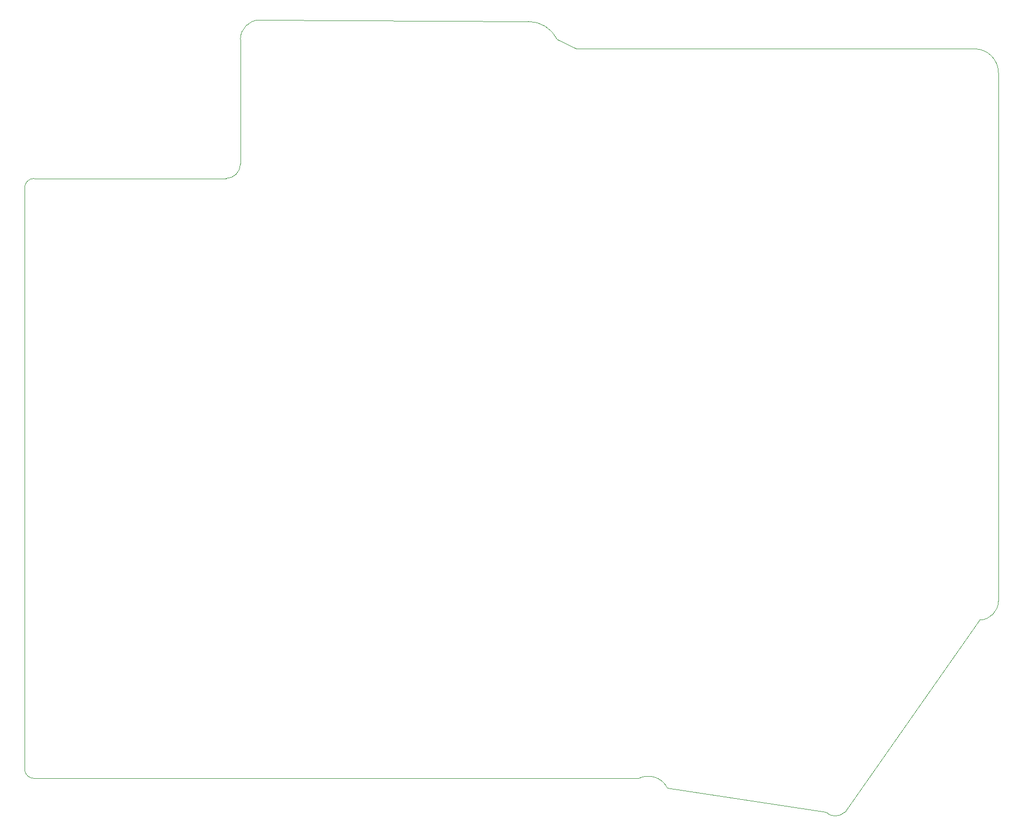
<source format=gm1>
G04 #@! TF.GenerationSoftware,KiCad,Pcbnew,5.1.10*
G04 #@! TF.CreationDate,2021-06-15T23:50:52-04:00*
G04 #@! TF.ProjectId,attempt2,61747465-6d70-4743-922e-6b696361645f,rev?*
G04 #@! TF.SameCoordinates,Original*
G04 #@! TF.FileFunction,Profile,NP*
%FSLAX46Y46*%
G04 Gerber Fmt 4.6, Leading zero omitted, Abs format (unit mm)*
G04 Created by KiCad (PCBNEW 5.1.10) date 2021-06-15 23:50:52*
%MOMM*%
%LPD*%
G01*
G04 APERTURE LIST*
G04 #@! TA.AperFunction,Profile*
%ADD10C,0.050000*%
G04 #@! TD*
G04 APERTURE END LIST*
D10*
X-5556250Y-9525000D02*
X-71437500Y-9525000D01*
X-71437500Y-9525000D02*
X-74612501Y-7937501D01*
X-4762500Y-103981250D02*
X-26987500Y-135731250D01*
X-1587500Y-100806250D02*
G75*
G02*
X-4762500Y-103981250I-3175000J0D01*
G01*
X-1587500Y-13493750D02*
X-1587500Y-100806250D01*
X-56356251Y-131762501D02*
X-30162499Y-135731249D01*
X-161131250Y-130175000D02*
X-61118749Y-130175001D01*
X-162718750Y-32543750D02*
X-162718750Y-128587500D01*
X-129381250Y-30956250D02*
X-161131250Y-30956250D01*
X-127000000Y-7937500D02*
X-127000000Y-28575000D01*
X-79375000Y-4994114D02*
X-123825000Y-4762500D01*
X-26987501Y-135731249D02*
G75*
G02*
X-30162499Y-135731249I-1587499J1587499D01*
G01*
X-61118749Y-130175001D02*
G75*
G02*
X-56356251Y-131762501I1587499J-3174999D01*
G01*
X-161131250Y-130175000D02*
G75*
G02*
X-162718750Y-128587500I0J1587500D01*
G01*
X-162718750Y-32543750D02*
G75*
G02*
X-161131250Y-30956250I1587500J0D01*
G01*
X-127000000Y-28575000D02*
G75*
G02*
X-129381250Y-30956250I-2381250J0D01*
G01*
X-127000000Y-7937500D02*
G75*
G02*
X-123825000Y-4762500I3175000J0D01*
G01*
X-79375000Y-4994114D02*
G75*
G02*
X-74612501Y-7937501I0J-5324636D01*
G01*
X-5556250Y-9525000D02*
G75*
G02*
X-1587500Y-13493750I0J-3968750D01*
G01*
M02*

</source>
